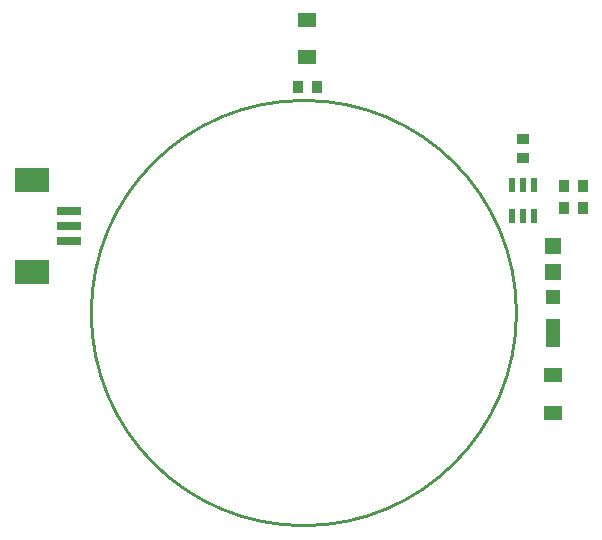
<source format=gbp>
G04*
G04 #@! TF.GenerationSoftware,Altium Limited,Altium Designer,20.0.2 (26)*
G04*
G04 Layer_Color=128*
%FSLAX44Y44*%
%MOMM*%
G71*
G01*
G75*
%ADD11C,0.2540*%
%ADD48R,1.2500X1.2000*%
%ADD49R,1.2500X2.4000*%
%ADD50R,1.3970X1.3970*%
%ADD51R,3.0000X2.1000*%
%ADD52R,2.1000X0.8000*%
%ADD53R,0.5080X1.2700*%
%ADD54R,0.8890X1.0160*%
%ADD55R,1.0160X0.8890*%
%ADD56R,1.6000X1.2000*%
D11*
X180000Y0D02*
G03*
X180000Y0I-180000J0D01*
G01*
D48*
X211003Y13844D02*
D03*
D49*
Y-16906D02*
D03*
D50*
Y35116D02*
D03*
Y56706D02*
D03*
D51*
X-230130Y34960D02*
D03*
Y112360D02*
D03*
D52*
X-199130Y86160D02*
D03*
Y73660D02*
D03*
Y61160D02*
D03*
D53*
X194920Y108103D02*
D03*
X185420D02*
D03*
X175920D02*
D03*
Y82103D02*
D03*
X185420D02*
D03*
X194920D02*
D03*
D54*
X220083Y88591D02*
D03*
X236085D02*
D03*
X220083Y107846D02*
D03*
X236085D02*
D03*
X10947Y191770D02*
D03*
X-5055D02*
D03*
D55*
X185420Y131215D02*
D03*
Y147217D02*
D03*
D56*
X211003Y-52576D02*
D03*
Y-84576D02*
D03*
X2946Y216410D02*
D03*
Y248410D02*
D03*
M02*

</source>
